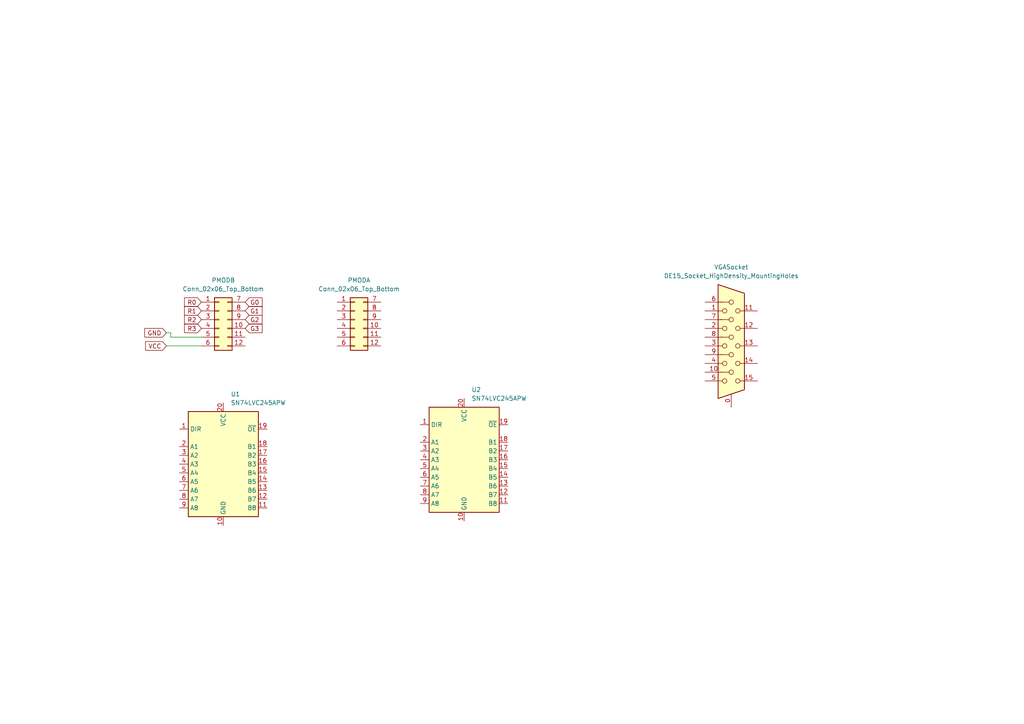
<source format=kicad_sch>
(kicad_sch (version 20250114) (generator "eeschema") (generator_version "9.0")
  (paper "A4")
  (lib_symbols
    (symbol "Connector:DE15_Socket_HighDensity_MountingHoles" (pin_names (offset 1.016) (hide yes))
      (property "Reference" "J" (at 0 21.59 0))
      (property "Value" "DE15_Socket_HighDensity_MountingHoles" (at 0 19.05 0))
      (symbol "DE15_Socket_HighDensity_MountingHoles_0_1"
        (polyline (pts (xy -3.81 17.78) (xy -3.81 -15.24) (xy 3.81 -12.7) (xy 3.81 15.24) (xy -3.81 17.78)) (stroke (width 0.254)) (fill (type background)))
        (polyline (pts (xy -3.175 7.62) (xy -0.635 7.62)))
        (circle (center -1.905 10.16) (radius 0.635))
        (circle (center -1.905 5.08) (radius 0.635))
        (circle (center -1.905 0) (radius 0.635))
        (circle (center -1.905 -5.08) (radius 0.635))
        (circle (center -1.905 -10.16) (radius 0.635))
        (polyline (pts (xy -0.635 12.7) (xy -3.175 12.7)))
        (polyline (pts (xy -0.635 2.54) (xy -3.175 2.54)))
        (polyline (pts (xy -0.635 -2.54) (xy -3.175 -2.54)))
        (polyline (pts (xy -0.635 -7.62) (xy -3.175 -7.62)))
        (circle (center 0 12.7) (radius 0.635))
        (circle (center 0 7.62) (radius 0.635))
        (circle (center 0 2.54) (radius 0.635))
        (circle (center 0 -2.54) (radius 0.635))
        (circle (center 0 -7.62) (radius 0.635))
        (circle (center 1.905 10.16) (radius 0.635))
        (circle (center 1.905 5.08) (radius 0.635))
        (circle (center 1.905 0) (radius 0.635))
        (circle (center 1.905 -5.08) (radius 0.635))
        (circle (center 1.905 -10.16) (radius 0.635))
      )
      (symbol "DE15_Socket_HighDensity_MountingHoles_1_1"
        (pin passive line (at -7.62 12.7 0) (length 5.08) (name "~") (number "6"))
        (pin passive line (at -7.62 10.16 0) (length 5.08) (name "~") (number "1"))
        (pin passive line (at -7.62 7.62 0) (length 5.08) (name "~") (number "7"))
        (pin passive line (at -7.62 5.08 0) (length 5.08) (name "~") (number "2"))
        (pin passive line (at -7.62 2.54 0) (length 5.08) (name "~") (number "8"))
        (pin passive line (at -7.62 0 0) (length 5.08) (name "~") (number "3"))
        (pin passive line (at -7.62 -2.54 0) (length 5.08) (name "~") (number "9"))
        (pin passive line (at -7.62 -5.08 0) (length 5.08) (name "~") (number "4"))
        (pin passive line (at -7.62 -7.62 0) (length 5.08) (name "~") (number "10"))
        (pin passive line (at -7.62 -10.16 0) (length 5.08) (name "~") (number "5"))
        (pin passive line (at 0 -17.78 90) (length 3.81) (name "~") (number "0"))
        (pin passive line (at 7.62 10.16 180) (length 5.08) (name "~") (number "11"))
        (pin passive line (at 7.62 5.08 180) (length 5.08) (name "~") (number "12"))
        (pin passive line (at 7.62 0 180) (length 5.08) (name "~") (number "13"))
        (pin passive line (at 7.62 -5.08 180) (length 5.08) (name "~") (number "14"))
        (pin passive line (at 7.62 -10.16 180) (length 5.08) (name "~") (number "15"))
      )
    )
    (symbol "Connector_Generic:Conn_02x06_Top_Bottom" (pin_names (offset 1.016) (hide yes))
      (property "Reference" "J" (at 1.27 7.62 0))
      (property "Value" "Conn_02x06_Top_Bottom" (at 1.27 -10.16 0))
      (symbol "Conn_02x06_Top_Bottom_1_1"
        (rectangle (start -1.27 6.35) (end 3.81 -8.89) (stroke (width 0.254)) (fill (type background)))
        (rectangle (start -1.27 5.207) (end 0 4.953) (stroke (width 0.1524)))
        (rectangle (start -1.27 2.667) (end 0 2.413) (stroke (width 0.1524)))
        (rectangle (start -1.27 0.127) (end 0 -0.127) (stroke (width 0.1524)))
        (rectangle (start -1.27 -2.413) (end 0 -2.667) (stroke (width 0.1524)))
        (rectangle (start -1.27 -4.953) (end 0 -5.207) (stroke (width 0.1524)))
        (rectangle (start -1.27 -7.493) (end 0 -7.747) (stroke (width 0.1524)))
        (rectangle (start 3.81 5.207) (end 2.54 4.953) (stroke (width 0.1524)))
        (rectangle (start 3.81 2.667) (end 2.54 2.413) (stroke (width 0.1524)))
        (rectangle (start 3.81 0.127) (end 2.54 -0.127) (stroke (width 0.1524)))
        (rectangle (start 3.81 -2.413) (end 2.54 -2.667) (stroke (width 0.1524)))
        (rectangle (start 3.81 -4.953) (end 2.54 -5.207) (stroke (width 0.1524)))
        (rectangle (start 3.81 -7.493) (end 2.54 -7.747) (stroke (width 0.1524)))
        (pin passive line (at -5.08 5.08 0) (length 3.81) (name "Pin_1") (number "1"))
        (pin passive line (at -5.08 2.54 0) (length 3.81) (name "Pin_2") (number "2"))
        (pin passive line (at -5.08 0 0) (length 3.81) (name "Pin_3") (number "3"))
        (pin passive line (at -5.08 -2.54 0) (length 3.81) (name "Pin_4") (number "4"))
        (pin passive line (at -5.08 -5.08 0) (length 3.81) (name "Pin_5") (number "5"))
        (pin passive line (at -5.08 -7.62 0) (length 3.81) (name "Pin_6") (number "6"))
        (pin passive line (at 7.62 5.08 180) (length 3.81) (name "Pin_7") (number "7"))
        (pin passive line (at 7.62 2.54 180) (length 3.81) (name "Pin_8") (number "8"))
        (pin passive line (at 7.62 0 180) (length 3.81) (name "Pin_9") (number "9"))
        (pin passive line (at 7.62 -2.54 180) (length 3.81) (name "Pin_10") (number "10"))
        (pin passive line (at 7.62 -5.08 180) (length 3.81) (name "Pin_11") (number "11"))
        (pin passive line (at 7.62 -7.62 180) (length 3.81) (name "Pin_12") (number "12"))
      )
    )
    (symbol "Logic_LevelTranslator:SN74LVC245APW"
      (property "Reference" "U" (at -10.16 17.78 0))
      (property "Value" "SN74LVC245APW" (at 10.16 17.78 0))
      (symbol "SN74LVC245APW_0_1"
        (rectangle (start -10.16 15.24) (end 10.16 -15.24) (stroke (width 0.254)) (fill (type background)))
      )
      (symbol "SN74LVC245APW_1_1"
        (pin input line (at -12.7 10.16 0) (length 2.54) (name "DIR") (number "1"))
        (pin bidirectional line (at -12.7 5.08 0) (length 2.54) (name "A1") (number "2"))
        (pin bidirectional line (at -12.7 2.54 0) (length 2.54) (name "A2") (number "3"))
        (pin bidirectional line (at -12.7 0 0) (length 2.54) (name "A3") (number "4"))
        (pin bidirectional line (at -12.7 -2.54 0) (length 2.54) (name "A4") (number "5"))
        (pin bidirectional line (at -12.7 -5.08 0) (length 2.54) (name "A5") (number "6"))
        (pin bidirectional line (at -12.7 -7.62 0) (length 2.54) (name "A6") (number "7"))
        (pin bidirectional line (at -12.7 -10.16 0) (length 2.54) (name "A7") (number "8"))
        (pin bidirectional line (at -12.7 -12.7 0) (length 2.54) (name "A8") (number "9"))
        (pin power_in line (at 0 17.78 270) (length 2.54) (name "VCC") (number "20"))
        (pin power_in line (at 0 -17.78 90) (length 2.54) (name "GND") (number "10"))
        (pin input line (at 12.7 10.16 180) (length 2.54) (name "~{OE}") (number "19"))
        (pin bidirectional line (at 12.7 5.08 180) (length 2.54) (name "B1") (number "18"))
        (pin bidirectional line (at 12.7 2.54 180) (length 2.54) (name "B2") (number "17"))
        (pin bidirectional line (at 12.7 0 180) (length 2.54) (name "B3") (number "16"))
        (pin bidirectional line (at 12.7 -2.54 180) (length 2.54) (name "B4") (number "15"))
        (pin bidirectional line (at 12.7 -5.08 180) (length 2.54) (name "B5") (number "14"))
        (pin bidirectional line (at 12.7 -7.62 180) (length 2.54) (name "B6") (number "13"))
        (pin bidirectional line (at 12.7 -10.16 180) (length 2.54) (name "B7") (number "12"))
        (pin bidirectional line (at 12.7 -12.7 180) (length 2.54) (name "B8") (number "11"))
      )
    )
  )
  (wire (pts (xy 48.26 96.52) (xy 49.53 96.52)))
  (wire (pts (xy 48.26 100.33) (xy 58.42 100.33)))
  (wire (pts (xy 49.53 97.79) (xy 58.42 97.79)))
  (wire (pts (xy 49.53 96.52) (xy 49.53 97.79)))
  (global_label "G1" (shape input) (at 71.12 90.17 0) (property "Intersheetrefs" "${INTERSHEET_REFS}" (effects (hide yes))))
  (global_label "R0" (shape input) (at 58.42 87.63 180) (property "Intersheetrefs" "${INTERSHEET_REFS}" (effects (hide yes))))
  (global_label "R3" (shape input) (at 58.42 95.25 180) (property "Intersheetrefs" "${INTERSHEET_REFS}" (effects (hide yes))))
  (global_label "R2" (shape input) (at 58.42 92.71 180) (property "Intersheetrefs" "${INTERSHEET_REFS}" (effects (hide yes))))
  (global_label "G3" (shape input) (at 71.12 95.25 0) (property "Intersheetrefs" "${INTERSHEET_REFS}" (effects (hide yes))))
  (global_label "GND" (shape input) (at 48.26 96.52 180) (property "Intersheetrefs" "${INTERSHEET_REFS}" (effects (hide yes))))
  (global_label "G0" (shape input) (at 71.12 87.63 0) (property "Intersheetrefs" "${INTERSHEET_REFS}" (effects (hide yes))))
  (global_label "R1" (shape input) (at 58.42 90.17 180) (property "Intersheetrefs" "${INTERSHEET_REFS}" (effects (hide yes))))
  (global_label "VCC" (shape input) (at 48.26 100.33 180) (property "Intersheetrefs" "${INTERSHEET_REFS}" (effects (hide yes))))
  (global_label "G2" (shape input) (at 71.12 92.71 0) (property "Intersheetrefs" "${INTERSHEET_REFS}" (effects (hide yes))))
  (symbol (lib_id "Connector_Generic:Conn_02x06_Top_Bottom") (at 63.5 92.71 0) (unit 1)
    (property "Reference" "PMODB" (at 64.77 81.28 0))
    (property "Value" "Conn_02x06_Top_Bottom" (at 64.77 83.82 0))
    (property "Description" "Generic connector, double row, 02x06, top/bottom pin numbering scheme (row 1: 1...pins_per_row, row2: pins_per_row+1 ... num_pins), script generated (kicad-library-utils/schlib/autogen/connector/)" (effects (hide yes)))
  )
  (symbol (lib_id "Connector:DE15_Socket_HighDensity_MountingHoles") (at 212.09 100.33 0) (unit 1)
    (property "Reference" "VGASocket" (at 212.09 77.47 0))
    (property "Value" "DE15_Socket_HighDensity_MountingHoles" (at 212.09 80.01 0))
    (property "Description" "15-pin D-SUB connector, socket (female), High density (3 columns), Triple Row, Generic, VGA-connector, Mounting Hole" (effects (hide yes)))
  )
  (symbol (lib_id "Connector_Generic:Conn_02x06_Top_Bottom") (at 102.87 92.71 0) (unit 1)
    (property "Reference" "PMODA" (at 104.14 81.28 0))
    (property "Value" "Conn_02x06_Top_Bottom" (at 104.14 83.82 0))
    (property "Description" "Generic connector, double row, 02x06, top/bottom pin numbering scheme (row 1: 1...pins_per_row, row2: pins_per_row+1 ... num_pins), script generated (kicad-library-utils/schlib/autogen/connector/)" (effects (hide yes)))
  )
  (symbol (lib_id "Logic_LevelTranslator:SN74LVC245APW") (at 134.62 133.35 0) (unit 1)
    (property "Reference" "U2" (at 136.7633 113.03 0) (effects (justify left)))
    (property "Value" "SN74LVC245APW" (at 136.7633 115.57 0) (effects (justify left)))
    (property "Footprint" "Package_SO:TSSOP-20_4.4x6.5mm_P0.65mm" (effects (hide yes)))
    (property "Datasheet" "https://www.ti.com/lit/ds/scas218x/scas218x.pdf" (effects (hide yes)))
    (property "Description" "8-Bit Single-Supply Bus Transceiver With 5V tolerant input voltage and 3-State Outputs 24mA, TSSOP-20" (effects (hide yes)))
  )
  (symbol (lib_id "Logic_LevelTranslator:SN74LVC245APW") (at 64.77 134.62 0) (unit 1)
    (property "Reference" "U1" (at 66.9133 114.3 0) (effects (justify left)))
    (property "Value" "SN74LVC245APW" (at 66.9133 116.84 0) (effects (justify left)))
    (property "Footprint" "Package_SO:TSSOP-20_4.4x6.5mm_P0.65mm" (effects (hide yes)))
    (property "Datasheet" "https://www.ti.com/lit/ds/scas218x/scas218x.pdf" (effects (hide yes)))
    (property "Description" "8-Bit Single-Supply Bus Transceiver With 5V tolerant input voltage and 3-State Outputs 24mA, TSSOP-20" (effects (hide yes)))
  )
)
</source>
